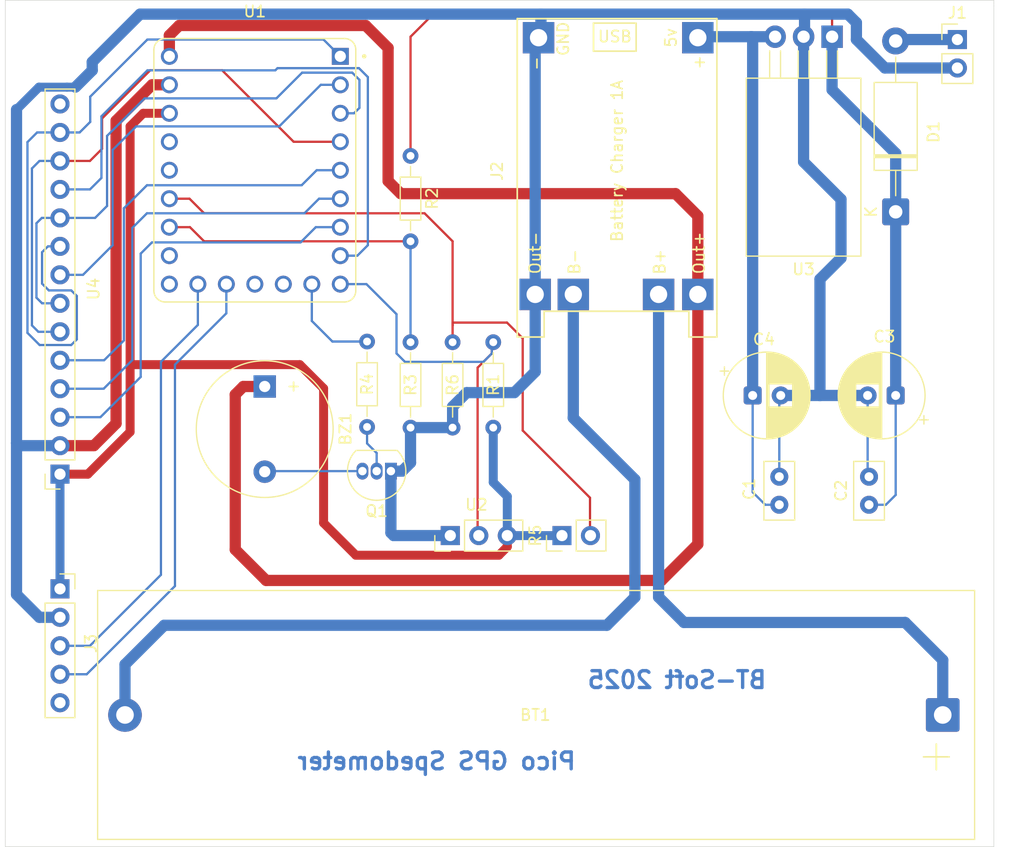
<source format=kicad_pcb>
(kicad_pcb (version 20241229) (generator "pcbnew") (generator_version "9.0")
  (title_block (title "Pico GPS Spedometer") (date "2025-08-12"))
  (layers (0 "F.Cu" signal) (2 "B.Cu" signal) (13 "F.Paste" user) (15 "B.Paste" user) (5 "F.SilkS" user "F.Silkscreen") (7 "B.SilkS" user "B.Silkscreen") (1 "F.Mask" user) (3 "B.Mask" user) (25 "Edge.Cuts" user))
  (net 0 "")
  (net 1 "Net-(BT1-1)")
  (net 2 "Net-(BT1-2)")
  (net 3 "+5VBATT")
  (net 4 "Net-(BZ1--)")
  (net 5 "+5V")
  (net 6 "GND")
  (net 7 "V-IN-MEAS")
  (net 9 "Net-(D1-A)")
  (net 10 "+3V3")
  (net 11 "GPS_TXD")
  (net 15 "GPS_RXD")
  (net 16 "Net-(Q1-B)")
  (net 17 "Net-(U1-GP8)")
  (net 20 "Net-(U1-GP27)")
  (net 22 "Net-(U1-GP26)")
  (net 23 "Net-(U1-GP9)")
  (net 24 "/MISO")
  (net 25 "/RST")
  (net 26 "/SCK")
  (net 27 "/LED")
  (net 28 "/DC")
  (net 29 "/T_CS")
  (net 30 "/CS")
  (net 31 "/MOSI")
  (footprint "Battery:BatteryHolder_MPD_BK-18650-PC2" (layer "F.Cu") (at 135.75 86.4025 180)
    (property "Reference" "BT1" (at 36.32 0 0) (layer "F.SilkS"))
    (property "Value" "BK-18650-PC2")
    (fp_text user "+" (at 0.57 -3.5 0) (layer "F.SilkS") (effects (font (size 3 3))))
    (pad "" np_thru_hole circle (at 8.445 0 180) (size 3.2 3.2) (drill 3.2) (layers "*.Cu" "*.Mask"))
    (pad "" np_thru_hole circle (at 64.055 0 180) (size 3.2 3.2) (drill 3.2) (layers "*.Cu" "*.Mask"))
    (pad "+" thru_hole roundrect (at 0 0 180) (size 3 3) (drill 1.57) (layers "*.Cu" "*.Mask") (roundrect_rratio 0.083333) (net 1 "Net-(BT1-1)"))
    (pad "-" thru_hole circle (at 72.9 0 180) (size 3 3) (drill 1.57) (layers "*.Cu" "*.Mask") (net 2 "Net-(BT1-2)"))
  )
  (footprint "Connector_PinHeader_2.54mm:PinHeader_1x03_P2.54mm_Vertical" (layer "F.Cu") (at 91.85 70.4025 90)
    (property "Reference" "U2" (at 2.75 2.33 180) (layer "F.SilkS"))
    (property "Value" "DS18B20")
    (pad "1" thru_hole rect (at 0 0 90) (size 1.7 1.7) (drill 1) (layers "*.Cu" "*.Mask") (net 6 "GND"))
    (pad "2" thru_hole circle (at 0 2.54 90) (size 1.7 1.7) (drill 1) (layers "*.Cu" "*.Mask") (net 17 "Net-(U1-GP8)"))
    (pad "3" thru_hole circle (at 0 5.08 90) (size 1.7 1.7) (drill 1) (layers "*.Cu" "*.Mask") (net 10 "+3V3"))
  )
  (footprint "Connector_PinSocket_2.54mm:PinSocket_1x05_P2.54mm_Vertical" (layer "F.Cu") (at 57.055 75.1525)
    (property "Reference" "J3" (at 2.75 4.87 90) (layer "F.SilkS"))
    (property "Value" "uBlox NEO GPS (6M/8M)")
    (pad "1" thru_hole rect (at 0 0) (size 1.7 1.7) (drill 1) (layers "*.Cu" "*.Mask") (net 10 "+3V3"))
    (pad "2" thru_hole circle (at 0 2.54) (size 1.7 1.7) (drill 1) (layers "*.Cu" "*.Mask") (net 6 "GND"))
    (pad "3" thru_hole circle (at 0 5.08) (size 1.7 1.7) (drill 1) (layers "*.Cu" "*.Mask") (net 11 "GPS_TXD"))
    (pad "4" thru_hole circle (at 0 7.62) (size 1.7 1.7) (drill 1) (layers "*.Cu" "*.Mask") (net 15 "GPS_RXD"))
    (pad "5" thru_hole circle (at 0 10.16) (size 1.7 1.7) (drill 1) (layers "*.Cu" "*.Mask"))
  )
  (footprint "MountingHole:MountingHole_3.2mm_M3" (layer "F.Cu") (at 55.68 26.25)
    (property "Reference" "REF**" (hide yes))
    (property "Value" "MountingHole_3.2mm_M3" (hide yes))
    (pad "" np_thru_hole circle (at 0 0) (size 3.2 3.2) (drill 3.2) (layers "*.Cu" "*.Mask"))
  )
  (footprint "Package_TO_SOT_THT:TO-220-3_Horizontal_TabDown" (layer "F.Cu") (at 125.885 25.9025 180)
    (property "Reference" "U3" (at 2.54 -20.75 0) (layer "F.SilkS"))
    (property "Value" "LM7805_TO220")
    (pad "" np_thru_hole circle (at 2.54 -16.66 180) (size 3.5 3.5) (drill 3.5) (layers "*.Cu" "*.Mask"))
    (pad "1" thru_hole rect (at 0 0 180) (size 1.905 2) (drill 1.1) (layers "*.Cu" "*.Mask") (net 7 "V-IN-MEAS"))
    (pad "2" thru_hole oval (at 2.54 0 180) (size 1.905 2) (drill 1.1) (layers "*.Cu" "*.Mask") (net 6 "GND"))
    (pad "3" thru_hole oval (at 5.08 0 180) (size 1.905 2) (drill 1.1) (layers "*.Cu" "*.Mask") (net 5 "+5V"))
  )
  (footprint "Diode_THT:D_DO-15_P15.24mm_Horizontal" (layer "F.Cu") (at 131.555 41.5225 90)
    (property "Reference" "D1" (at 7.12 3.375 90) (layer "F.SilkS"))
    (property "Value" "1N4001")
    (fp_text user "K" (at 0 -2.2 90) (layer "F.SilkS"))
    (pad "1" thru_hole roundrect (at 0 0 90) (size 2.4 2.4) (drill 1.2) (layers "*.Cu" "*.Mask") (roundrect_rratio 0.104167) (net 7 "V-IN-MEAS"))
    (pad "2" thru_hole circle (at 15.24 0 90) (size 2.4 2.4) (drill 1.2) (layers "*.Cu" "*.Mask") (net 9 "Net-(D1-A)"))
  )
  (footprint "MountingHole:MountingHole_3.2mm_M3" (layer "F.Cu") (at 55.68 94.6525)
    (property "Reference" "REF**" (hide yes))
    (property "Value" "MountingHole_3.2mm_M3" (hide yes))
    (pad "" np_thru_hole circle (at 0 0) (size 3.2 3.2) (drill 3.2) (layers "*.Cu" "*.Mask"))
  )
  (footprint "Resistor_THT:R_Axial_DIN0204_L3.6mm_D1.6mm_P7.62mm_Horizontal" (layer "F.Cu") (at 88.305 53.1525 -90)
    (property "Reference" "R3" (at 3.81 0 90) (layer "F.SilkS"))
    (property "Value" "4k7")
    (pad "1" thru_hole circle (at 0 0 270) (size 1.4 1.4) (drill 0.7) (layers "*.Cu" "*.Mask") (net 22 "Net-(U1-GP26)"))
    (pad "2" thru_hole circle (at 7.62 0 270) (size 1.4 1.4) (drill 0.7) (layers "*.Cu" "*.Mask") (net 6 "GND"))
  )
  (footprint "Capacitor_THT:CP_Radial_D7.5mm_P2.50mm" (layer "F.Cu") (at 118.805 57.9025)
    (property "Reference" "C4" (at 1 -5 0) (layer "F.SilkS"))
    (property "Value" "47uF")
    (pad "1" thru_hole roundrect (at 0 0) (size 1.6 1.6) (drill 0.8) (layers "*.Cu" "*.Mask") (roundrect_rratio 0.15625) (net 5 "+5V"))
    (pad "2" thru_hole circle (at 2.5 0) (size 1.6 1.6) (drill 0.8) (layers "*.Cu" "*.Mask") (net 6 "GND"))
  )
  (footprint "Connector_PinSocket_2.54mm:PinSocket_1x14_P2.54mm_Vertical" (layer "F.Cu") (at 57.055 64.9225 180)
    (property "Reference" "U4" (at -3 16.52 90) (layer "F.SilkS"))
    (property "Value" "TFT_320x240")
    (pad "1" thru_hole rect (at 0 0 180) (size 1.7 1.7) (drill 1) (layers "*.Cu" "*.Mask") (net 10 "+3V3"))
    (pad "2" thru_hole circle (at 0 2.54 180) (size 1.7 1.7) (drill 1) (layers "*.Cu" "*.Mask") (net 6 "GND"))
    (pad "3" thru_hole circle (at 0 5.08 180) (size 1.7 1.7) (drill 1) (layers "*.Cu" "*.Mask") (net 30 "/CS"))
    (pad "4" thru_hole circle (at 0 7.62 180) (size 1.7 1.7) (drill 1) (layers "*.Cu" "*.Mask") (net 25 "/RST"))
    (pad "5" thru_hole circle (at 0 10.16 180) (size 1.7 1.7) (drill 1) (layers "*.Cu" "*.Mask") (net 28 "/DC"))
    (pad "6" thru_hole circle (at 0 12.7 180) (size 1.7 1.7) (drill 1) (layers "*.Cu" "*.Mask") (net 31 "/MOSI"))
    (pad "7" thru_hole circle (at 0 15.24 180) (size 1.7 1.7) (drill 1) (layers "*.Cu" "*.Mask") (net 26 "/SCK"))
    (pad "8" thru_hole circle (at 0 17.78 180) (size 1.7 1.7) (drill 1) (layers "*.Cu" "*.Mask") (net 27 "/LED"))
    (pad "9" thru_hole circle (at 0 20.32 180) (size 1.7 1.7) (drill 1) (layers "*.Cu" "*.Mask") (net 24 "/MISO"))
    (pad "10" thru_hole circle (at 0 22.86 180) (size 1.7 1.7) (drill 1) (layers "*.Cu" "*.Mask") (net 26 "/SCK"))
    (pad "11" thru_hole circle (at 0 25.4 180) (size 1.7 1.7) (drill 1) (layers "*.Cu" "*.Mask") (net 29 "/T_CS"))
    (pad "12" thru_hole circle (at 0 27.94 180) (size 1.7 1.7) (drill 1) (layers "*.Cu" "*.Mask") (net 31 "/MOSI"))
    (pad "13" thru_hole circle (at 0 30.48 180) (size 1.7 1.7) (drill 1) (layers "*.Cu" "*.Mask") (net 24 "/MISO"))
    (pad "14" thru_hole circle (at 0 33.02 180) (size 1.7 1.7) (drill 1) (layers "*.Cu" "*.Mask"))
  )
  (footprint "Package_TO_SOT_THT:TO-92_Inline" (layer "F.Cu") (at 86.555 64.6525 180)
    (property "Reference" "Q1" (at 1.27 -3.56 0) (layer "F.SilkS"))
    (property "Value" "PN2222A")
    (pad "1" thru_hole rect (at 0 0 180) (size 1.05 1.5) (drill 0.75) (layers "*.Cu" "*.Mask") (net 6 "GND"))
    (pad "2" thru_hole oval (at 1.27 0 180) (size 1.05 1.5) (drill 0.75) (layers "*.Cu" "*.Mask") (net 16 "Net-(Q1-B)"))
    (pad "3" thru_hole oval (at 2.54 0 180) (size 1.05 1.5) (drill 0.75) (layers "*.Cu" "*.Mask") (net 4 "Net-(BZ1--)"))
  )
  (footprint "Resistor_THT:R_Axial_DIN0204_L3.6mm_D1.6mm_P7.62mm_Horizontal" (layer "F.Cu") (at 84.43 53.0925 -90)
    (property "Reference" "R4" (at 3.81 0 90) (layer "F.SilkS"))
    (property "Value" "4k7")
    (pad "1" thru_hole circle (at 0 0 270) (size 1.4 1.4) (drill 0.7) (layers "*.Cu" "*.Mask") (net 23 "Net-(U1-GP9)"))
    (pad "2" thru_hole circle (at 7.62 0 270) (size 1.4 1.4) (drill 0.7) (layers "*.Cu" "*.Mask") (net 16 "Net-(Q1-B)"))
  )
  (footprint "Capacitor_THT:C_Disc_D5.0mm_W2.5mm_P2.50mm" (layer "F.Cu") (at 129.18 67.6525 90)
    (property "Reference" "C2" (at 1.25 -2.5 90) (layer "F.SilkS"))
    (property "Value" "100nF")
    (pad "1" thru_hole circle (at 0 0 90) (size 1.6 1.6) (drill 0.8) (layers "*.Cu" "*.Mask") (net 7 "V-IN-MEAS"))
    (pad "2" thru_hole circle (at 2.5 0 90) (size 1.6 1.6) (drill 0.8) (layers "*.Cu" "*.Mask") (net 6 "GND"))
  )
  (footprint "Connector_PinHeader_2.54mm:PinHeader_1x02_P2.54mm_Vertical" (layer "F.Cu") (at 101.805 70.4025 90)
    (property "Reference" "R5" (at 0 -2.38 90) (layer "F.SilkS"))
    (property "Value" "GL5516")
    (pad "1" thru_hole rect (at 0 0 90) (size 1.7 1.7) (drill 1) (layers "*.Cu" "*.Mask") (net 10 "+3V3"))
    (pad "2" thru_hole circle (at 0 2.54 90) (size 1.7 1.7) (drill 1) (layers "*.Cu" "*.Mask") (net 20 "Net-(U1-GP27)"))
  )
  (footprint "Connector_PinHeader_2.54mm:PinHeader_1x02_P2.54mm_Vertical" (layer "F.Cu") (at 137.055 26.1525)
    (property "Reference" "J1" (at 0 -2.38 0) (layer "F.SilkS"))
    (property "Value" "Akkumulátor be")
    (pad "1" thru_hole rect (at 0 0) (size 1.7 1.7) (drill 1) (layers "*.Cu" "*.Mask") (net 9 "Net-(D1-A)"))
    (pad "2" thru_hole circle (at 0 2.54) (size 1.7 1.7) (drill 1) (layers "*.Cu" "*.Mask") (net 6 "GND"))
  )
  (footprint "MountingHole:MountingHole_3.2mm_M3" (layer "F.Cu") (at 136.68 46.4025)
    (property "Reference" "REF**" (hide yes))
    (property "Value" "MountingHole_3.2mm_M3" (hide yes))
    (pad "" np_thru_hole circle (at 0 0) (size 3.2 3.2) (drill 3.2) (layers "*.Cu" "*.Mask"))
  )
  (footprint "MountingHole:MountingHole_3.2mm_M3" (layer "F.Cu") (at 136.75 67.9025)
    (property "Reference" "REF**" (hide yes))
    (property "Value" "MountingHole_3.2mm_M3" (hide yes))
    (pad "" np_thru_hole circle (at 0 0) (size 3.2 3.2) (drill 3.2) (layers "*.Cu" "*.Mask"))
  )
  (footprint "Capacitor_THT:CP_Radial_D7.5mm_P2.50mm" (layer "F.Cu") (at 131.555 57.9025 180)
    (property "Reference" "C3" (at 1 5.25 0) (layer "F.SilkS"))
    (property "Value" "47uF")
    (pad "1" thru_hole roundrect (at 0 0 180) (size 1.6 1.6) (drill 0.8) (layers "*.Cu" "*.Mask") (roundrect_rratio 0.15625) (net 7 "V-IN-MEAS"))
    (pad "2" thru_hole circle (at 2.5 0 180) (size 1.6 1.6) (drill 0.8) (layers "*.Cu" "*.Mask") (net 6 "GND"))
  )
  (footprint "Buzzer_Beeper:Buzzer_12x9.5RM7.6" (layer "F.Cu") (at 75.305 57.1025 -90)
    (property "Reference" "BZ1" (at 3.8 -7.2 90) (layer "F.SilkS"))
    (property "Value" "Buzzer")
    (fp_text user "+" (at 0 -2.5 90) (layer "F.SilkS"))
    (pad "1" thru_hole rect (at 0 0 270) (size 2 2) (drill 1) (layers "*.Cu" "*.Mask") (net 3 "+5VBATT"))
    (pad "2" thru_hole circle (at 7.6 0 270) (size 2 2) (drill 1) (layers "*.Cu" "*.Mask") (net 4 "Net-(BZ1--)"))
  )
  (footprint "Module:MODULE_RP2040-ZERO" (layer "F.Cu") (at 74.425 37.8125)
    (property "Reference" "U1" (at 0.005 -14.16 0) (layer "F.SilkS"))
    (property "Value" "RP2040-ZERO")
    (pad "1" thru_hole rect (at 7.62 -10.16) (size 1.508 1.508) (drill 1) (layers "*.Cu" "*.Mask") (net 24 "/MISO"))
    (pad "2" thru_hole circle (at 7.62 -7.62) (size 1.508 1.508) (drill 1) (layers "*.Cu" "*.Mask") (net 27 "/LED"))
    (pad "3" thru_hole circle (at 7.62 -5.08) (size 1.508 1.508) (drill 1) (layers "*.Cu" "*.Mask") (net 26 "/SCK"))
    (pad "4" thru_hole circle (at 7.62 -2.54) (size 1.508 1.508) (drill 1) (layers "*.Cu" "*.Mask") (net 31 "/MOSI"))
    (pad "5" thru_hole circle (at 7.62 0) (size 1.508 1.508) (drill 1) (layers "*.Cu" "*.Mask") (net 28 "/DC"))
    (pad "6" thru_hole circle (at 7.62 2.54) (size 1.508 1.508) (drill 1) (layers "*.Cu" "*.Mask") (net 25 "/RST"))
    (pad "7" thru_hole circle (at 7.62 5.08) (size 1.508 1.508) (drill 1) (layers "*.Cu" "*.Mask") (net 30 "/CS"))
    (pad "8" thru_hole circle (at 7.62 7.62) (size 1.508 1.508) (drill 1) (layers "*.Cu" "*.Mask") (net 29 "/T_CS"))
    (pad "9" thru_hole circle (at 7.62 10.16) (size 1.508 1.508) (drill 1) (layers "*.Cu" "*.Mask") (net 17 "Net-(U1-GP8)"))
    (pad "10" thru_hole circle (at 5.08 10.16) (size 1.508 1.508) (drill 1) (layers "*.Cu" "*.Mask") (net 23 "Net-(U1-GP9)"))
    (pad "11" thru_hole circle (at 2.54 10.16) (size 1.508 1.508) (drill 1) (layers "*.Cu" "*.Mask"))
    (pad "12" thru_hole circle (at 0 10.16) (size 1.508 1.508) (drill 1) (layers "*.Cu" "*.Mask"))
    (pad "13" thru_hole circle (at -2.54 10.16) (size 1.508 1.508) (drill 1) (layers "*.Cu" "*.Mask") (net 15 "GPS_RXD"))
    (pad "14" thru_hole circle (at -5.08 10.16) (size 1.508 1.508) (drill 1) (layers "*.Cu" "*.Mask") (net 11 "GPS_TXD"))
    (pad "15" thru_hole circle (at -7.62 10.16) (size 1.508 1.508) (drill 1) (layers "*.Cu" "*.Mask"))
    (pad "16" thru_hole circle (at -7.62 7.62) (size 1.508 1.508) (drill 1) (layers "*.Cu" "*.Mask"))
    (pad "17" thru_hole circle (at -7.62 5.08) (size 1.508 1.508) (drill 1) (layers "*.Cu" "*.Mask") (net 22 "Net-(U1-GP26)"))
    (pad "18" thru_hole circle (at -7.62 2.54) (size 1.508 1.508) (drill 1) (layers "*.Cu" "*.Mask") (net 20 "Net-(U1-GP27)"))
    (pad "19" thru_hole circle (at -7.62 0) (size 1.508 1.508) (drill 1) (layers "*.Cu" "*.Mask"))
    (pad "20" thru_hole circle (at -7.62 -2.54) (size 1.508 1.508) (drill 1) (layers "*.Cu" "*.Mask"))
    (pad "21" thru_hole circle (at -7.62 -5.08) (size 1.508 1.508) (drill 1) (layers "*.Cu" "*.Mask") (net 10 "+3V3"))
    (pad "22" thru_hole circle (at -7.62 -7.62) (size 1.508 1.508) (drill 1) (layers "*.Cu" "*.Mask") (net 6 "GND"))
    (pad "23" thru_hole circle (at -7.62 -10.16) (size 1.508 1.508) (drill 1) (layers "*.Cu" "*.Mask") (net 3 "+5VBATT"))
  )
  (footprint "Battery:TP4056-18650" (layer "F.Cu") (at 115.6175 24.29 -90)
    (property "Reference" "J2" (at 13.6 19.6 90) (layer "F.SilkS"))
    (property "Value" "TP4056-18650-Charger")
    (fp_text user "GND" (at 1.8 13.7 90) (layer "F.SilkS"))
    (fp_text user "Battery Charger 1A" (at 12.7 8.9 90) (layer "F.SilkS"))
    (fp_text user "5v" (at 1.7 4.1 90) (layer "F.SilkS"))
    (fp_text user "B-" (at 21.7 12.7 90) (layer "F.SilkS"))
    (fp_text user "Out-" (at 20.9 16.2 90) (layer "F.SilkS"))
    (fp_text user "-" (at 4 16.1175 90) (layer "F.SilkS"))
    (fp_text user "+" (at 3.9 1.6 90) (layer "F.SilkS"))
    (fp_text user "B+" (at 21.7 5.1 90) (layer "F.SilkS"))
    (fp_text user "USB" (at 1.6 9.1 0) (layer "F.SilkS"))
    (fp_text user "Out+" (at 20.9 1.6 90) (layer "F.SilkS"))
    (pad "1" thru_hole rect (at 1.7 1.7 270) (size 2.8 2.8) (drill 1.54) (layers "*.Cu" "*.Mask") (net 5 "+5V"))
    (pad "2" thru_hole rect (at 1.7 15.9 270) (size 2.8 2.8) (drill 1.54) (layers "*.Cu" "*.Mask") (net 6 "GND"))
    (pad "3" thru_hole rect (at 24.6 1.7 270) (size 2.8 2.8) (drill 1.54) (layers "*.Cu" "*.Mask") (net 3 "+5VBATT"))
    (pad "4" thru_hole rect (at 24.6 16.2 270) (size 2.8 2.8) (drill 1.54) (layers "*.Cu" "*.Mask") (net 6 "GND"))
    (pad "5" thru_hole rect (at 24.6 5.2 270) (size 2.8 2.8) (drill 1.54) (layers "*.Cu" "*.Mask") (net 1 "Net-(BT1-1)"))
    (pad "6" thru_hole rect (at 24.6 12.8 270) (size 2.8 2.8) (drill 1.54) (layers "*.Cu" "*.Mask") (net 2 "Net-(BT1-2)"))
  )
  (footprint "Resistor_THT:R_Axial_DIN0204_L3.6mm_D1.6mm_P7.62mm_Horizontal" (layer "F.Cu") (at 95.68 60.7725 90)
    (property "Reference" "R1" (at 3.81 0 90) (layer "F.SilkS"))
    (property "Value" "4k7")
    (pad "1" thru_hole circle (at 0 0 90) (size 1.4 1.4) (drill 0.7) (layers "*.Cu" "*.Mask") (net 10 "+3V3"))
    (pad "2" thru_hole circle (at 7.62 0 90) (size 1.4 1.4) (drill 0.7) (layers "*.Cu" "*.Mask") (net 17 "Net-(U1-GP8)"))
  )
  (footprint "Resistor_THT:R_Axial_DIN0204_L3.6mm_D1.6mm_P7.62mm_Horizontal" (layer "F.Cu") (at 88.305 36.5325 -90)
    (property "Reference" "R2" (at 3.81 -1.92 90) (layer "F.SilkS"))
    (property "Value" "22k")
    (pad "1" thru_hole circle (at 0 0 270) (size 1.4 1.4) (drill 0.7) (layers "*.Cu" "*.Mask") (net 7 "V-IN-MEAS"))
    (pad "2" thru_hole circle (at 7.62 0 270) (size 1.4 1.4) (drill 0.7) (layers "*.Cu" "*.Mask") (net 22 "Net-(U1-GP26)"))
  )
  (footprint "Capacitor_THT:C_Disc_D5.0mm_W2.5mm_P2.50mm" (layer "F.Cu") (at 121.18 67.6525 90)
    (property "Reference" "C1" (at 1.4025 -2.68 90) (layer "F.SilkS"))
    (property "Value" "100nF")
    (pad "1" thru_hole circle (at 0 0 90) (size 1.6 1.6) (drill 0.8) (layers "*.Cu" "*.Mask") (net 5 "+5V"))
    (pad "2" thru_hole circle (at 2.5 0 90) (size 1.6 1.6) (drill 0.8) (layers "*.Cu" "*.Mask") (net 6 "GND"))
  )
  (footprint "Resistor_THT:R_Axial_DIN0204_L3.6mm_D1.6mm_P7.62mm_Horizontal" (layer "F.Cu") (at 92.055 53.1525 -90)
    (property "Reference" "R6" (at 3.81 0 90) (layer "F.SilkS"))
    (property "Value" "10k")
    (pad "1" thru_hole circle (at 0 0 270) (size 1.4 1.4) (drill 0.7) (layers "*.Cu" "*.Mask") (net 20 "Net-(U1-GP27)"))
    (pad "2" thru_hole circle (at 7.62 0 270) (size 1.4 1.4) (drill 0.7) (layers "*.Cu" "*.Mask") (net 6 "GND"))
  )
  (gr_line (start 52.18 97.2775) (end 52.18 98.1525) (stroke (width 0.05)) (layer "Edge.Cuts"))
  (gr_line (start 140.305 22.6525) (end 140.305 22.9025) (stroke (width 0.05)) (layer "Edge.Cuts"))
  (gr_line (start 140.305 22.6525) (end 53.305 22.6525) (stroke (width 0.05)) (layer "Edge.Cuts"))
  (gr_line (start 52.18 23.0275) (end 52.18 97.2775) (stroke (width 0.05)) (layer "Edge.Cuts"))
  (gr_line (start 52.18 22.6525) (end 52.18 23.0275) (stroke (width 0.05)) (layer "Edge.Cuts"))
  (gr_line (start 52.18 98.1525) (end 52.555 98.1525) (stroke (width 0.05)) (layer "Edge.Cuts"))
  (gr_line (start 140.305 23.1525) (end 140.305 22.9025) (stroke (width 0.05)) (layer "Edge.Cuts"))
  (gr_line (start 140.305 98.1525) (end 140.305 23.1525) (stroke (width 0.05)) (layer "Edge.Cuts"))
  (gr_line (start 53.305 22.6525) (end 52.18 22.6525) (stroke (width 0.05)) (layer "Edge.Cuts"))
  (gr_line (start 140.305 98.1525) (end 52.555 98.1525) (stroke (width 0.05)) (layer "Edge.Cuts"))
  (gr_text "Pico GPS Spedometer" (at 103.18 91.4025 0) (layer "B.Cu") (effects (font (size 1.5 1.5) (thickness 0.3) (bold yes)) (justify left bottom mirror)))
  (gr_text "BT-Soft 2025" (at 120.18 84.1525 0) (layer "B.Cu") (effects (font (size 1.5 1.5) (thickness 0.3) (bold yes)) (justify left bottom mirror)))
  (segment (start 112.68 78.1525) (end 132.4025 78.1525) (width 1) (layer "B.Cu") (net 1))
  (segment (start 110.4175 75.89) (end 112.68 78.1525) (width 1) (layer "B.Cu") (net 1))
  (segment (start 132.4025 78.1525) (end 135.75 81.5) (width 1) (layer "B.Cu") (net 1))
  (segment (start 110.4175 48.89) (end 110.4175 75.89) (width 1) (layer "B.Cu") (net 1))
  (segment (start 135.75 81.5) (end 135.75 86.4025) (width 1) (layer "B.Cu") (net 1))
  (segment (start 105.805 78.4025) (end 66.3475 78.4025) (width 1) (layer "B.Cu") (net 2))
  (segment (start 102.805 59.9025) (end 108.305 65.4025) (width 1) (layer "B.Cu") (net 2))
  (segment (start 108.305 75.9025) (end 105.805 78.4025) (width 1) (layer "B.Cu") (net 2))
  (segment (start 102.8175 59.89) (end 102.805 59.9025) (width 0.2) (layer "B.Cu") (net 2))
  (segment (start 102.8175 48.89) (end 102.8175 59.89) (width 1) (layer "B.Cu") (net 2))
  (segment (start 66.3475 78.4025) (end 62.85 81.9) (width 1) (layer "B.Cu") (net 2))
  (segment (start 62.85 81.9) (end 62.85 86.4025) (width 1) (layer "B.Cu") (net 2))
  (segment (start 108.305 65.4025) (end 108.305 75.9025) (width 1) (layer "B.Cu") (net 2))
  (segment (start 113.9175 48.89) (end 113.9175 71.165) (width 1) (layer "F.Cu") (net 3))
  (segment (start 75.43 74.4025) (end 72.68 71.6525) (width 1) (layer "F.Cu") (net 3))
  (segment (start 67.68 24.9025) (end 66.805 25.7775) (width 1) (layer "F.Cu") (net 3))
  (segment (start 113.9175 48.89) (end 113.9175 41.89) (width 1) (layer "F.Cu") (net 3))
  (segment (start 113.9175 41.89) (end 111.93 39.9025) (width 1) (layer "F.Cu") (net 3))
  (segment (start 113.9175 71.165) (end 110.68 74.4025) (width 1) (layer "F.Cu") (net 3))
  (segment (start 111.93 39.9025) (end 87.43 39.9025) (width 1) (layer "F.Cu") (net 3))
  (segment (start 84.305 24.9025) (end 67.68 24.9025) (width 1) (layer "F.Cu") (net 3))
  (segment (start 87.43 39.9025) (end 86.305 38.7775) (width 1) (layer "F.Cu") (net 3))
  (segment (start 66.805 25.7775) (end 66.805 27.6525) (width 1) (layer "F.Cu") (net 3))
  (segment (start 72.68 71.6525) (end 72.68 57.82) (width 1) (layer "F.Cu") (net 3))
  (segment (start 66.805 27.6525) (end 66.805 27.9025) (width 0.2) (layer "F.Cu") (net 3))
  (segment (start 72.68 57.82) (end 73.3975 57.1025) (width 1) (layer "F.Cu") (net 3))
  (segment (start 86.305 38.7775) (end 86.305 26.9025) (width 1) (layer "F.Cu") (net 3))
  (segment (start 110.68 74.4025) (end 75.43 74.4025) (width 1) (layer "F.Cu") (net 3))
  (segment (start 73.3975 57.1025) (end 75.305 57.1025) (width 1) (layer "F.Cu") (net 3))
  (segment (start 86.305 26.9025) (end 84.305 24.9025) (width 1) (layer "F.Cu") (net 3))
  (segment (start 75.48 56.9275) (end 75.305 57.1025) (width 0.2) (layer "F.Cu") (net 3))
  (segment (start 75.355 64.6525) (end 75.305 64.7025) (width 0.2) (layer "B.Cu") (net 4))
  (segment (start 84.015 64.6525) (end 75.355 64.6525) (width 0.2) (layer "B.Cu") (net 4))
  (segment (start 118.805 66.5275) (end 118.805 57.9025) (width 0.2) (layer "B.Cu") (net 5))
  (segment (start 120.805 25.9025) (end 118.68 25.9025) (width 1) (layer "B.Cu") (net 5))
  (segment (start 118.805 26.0275) (end 118.68 25.9025) (width 1) (layer "B.Cu") (net 5))
  (segment (start 121.18 67.6525) (end 119.93 67.6525) (width 0.2) (layer "B.Cu") (net 5))
  (segment (start 119.93 67.6525) (end 118.805 66.5275) (width 0.2) (layer "B.Cu") (net 5))
  (segment (start 114.005 25.9025) (end 113.9175 25.99) (width 0.2) (layer "B.Cu") (net 5))
  (segment (start 118.68 25.9025) (end 114.005 25.9025) (width 1) (layer "B.Cu") (net 5))
  (segment (start 118.805 57.9025) (end 118.805 26.0275) (width 1) (layer "B.Cu") (net 5))
  (segment (start 65.265 30.1925) (end 62.055 33.4025) (width 1) (layer "F.Cu") (net 6))
  (segment (start 62.055 60.4025) (end 60.075 62.3825) (width 1) (layer "F.Cu") (net 6))
  (segment (start 66.805 30.1925) (end 65.265 30.1925) (width 1) (layer "F.Cu") (net 6))
  (segment (start 60.075 62.3825) (end 57.055 62.3825) (width 1) (layer "F.Cu") (net 6))
  (segment (start 62.055 33.4025) (end 62.055 60.4025) (width 1) (layer "F.Cu") (net 6))
  (segment (start 64.1935 23.889) (end 59.93 28.1525) (width 1) (layer "B.Cu") (net 6))
  (segment (start 121.18 58.0275) (end 121.305 57.9025) (width 0.2) (layer "B.Cu") (net 6))
  (segment (start 87.555 64.6525) (end 86.555 64.6525) (width 1) (layer "B.Cu") (net 6))
  (segment (start 130.595 28.6925) (end 128.055 26.1525) (width 1) (layer "B.Cu") (net 6))
  (segment (start 53.18 75.6525) (end 55.22 77.6925) (width 1) (layer "B.Cu") (net 6))
  (segment (start 59.93 28.1525) (end 59.93 28.9025) (width 1) (layer "B.Cu") (net 6))
  (segment (start 53.18 62.1525) (end 53.18 75.6525) (width 1) (layer "B.Cu") (net 6))
  (segment (start 57.68 30.4025) (end 55.18 30.4025) (width 0.8) (layer "B.Cu") (net 6))
  (segment (start 123.345 37.0675) (end 126.68 40.4025) (width 1) (layer "B.Cu") (net 6))
  (segment (start 57.055 62.3825) (end 53.41 62.3825) (width 1) (layer "B.Cu") (net 6))
  (segment (start 123.43 23.889) (end 127.2915 23.889) (width 1) (layer "B.Cu") (net 6))
  (segment (start 99.93 25.7775) (end 99.7175 25.99) (width 1) (layer "B.Cu") (net 6))
  (segment (start 92.055 58.9025) (end 93.305 57.6525) (width 1) (layer "B.Cu") (net 6))
  (segment (start 55.18 30.4025) (end 53.18 32.4025) (width 0.8) (layer "B.Cu") (net 6))
  (segment (start 99.7175 25.99) (end 99.7175 24.99) (width 0.2) (layer "B.Cu") (net 6))
  (segment (start 121.18 65.1525) (end 121.18 58.0275) (width 0.2) (layer "B.Cu") (net 6))
  (segment (start 86.805 70.4025) (end 86.555 70.1525) (width 1) (layer "B.Cu") (net 6))
  (segment (start 126.68 40.4025) (end 126.68 45.6525) (width 1) (layer "B.Cu") (net 6))
  (segment (start 88.365 60.9025) (end 88.305 60.8425) (width 0.2) (layer "B.Cu") (net 6))
  (segment (start 99.93 23.889) (end 64.1935 23.889) (width 1) (layer "B.Cu") (net 6))
  (segment (start 57.68 30.4025) (end 58.43 30.4025) (width 0.8) (layer "B.Cu") (net 6))
  (segment (start 129.055 57.9025) (end 129.055 65.0275) (width 0.2) (layer "B.Cu") (net 6))
  (segment (start 93.305 57.6525) (end 97.555 57.6525) (width 1) (layer "B.Cu") (net 6))
  (segment (start 53.41 62.3825) (end 53.18 62.1525) (width 1) (layer "B.Cu") (net 6))
  (segment (start 124.805 57.9025) (end 121.305 57.9025) (width 1) (layer "B.Cu") (net 6))
  (segment (start 123.43 23.889) (end 123.43 25.8175) (width 1) (layer "B.Cu") (net 6))
  (segment (start 128.055 26.1525) (end 128.055 24.6525) (width 1) (layer "B.Cu") (net 6))
  (segment (start 92.055 60.9025) (end 92.055 58.9025) (width 1) (layer "B.Cu") (net 6))
  (segment (start 126.68 45.6525) (end 124.805 47.5275) (width 1) (layer "B.Cu") (net 6))
  (segment (start 137.055 28.6925) (end 130.595 28.6925) (width 1) (layer "B.Cu") (net 6))
  (segment (start 124.805 47.5275) (end 124.805 57.9025) (width 1) (layer "B.Cu") (net 6))
  (segment (start 123.43 25.8175) (end 123.345 25.9025) (width 1) (layer "B.Cu") (net 6))
  (segment (start 99.93 23.889) (end 99.93 25.7775) (width 1) (layer "B.Cu") (net 6))
  (segment (start 88.305 63.9025) (end 88.305 60.8425) (width 1) (layer "B.Cu") (net 6))
  (segment (start 99.4175 26.29) (end 99.7175 25.99) (width 0.2) (layer "B.Cu") (net 6))
  (segment (start 59.93 28.9025) (end 58.43 30.4025) (width 1) (layer "B.Cu") (net 6))
  (segment (start 99.4175 48.89) (end 99.4175 26.29) (width 1) (layer "B.Cu") (net 6))
  (segment (start 123.43 23.889) (end 99.93 23.889) (width 1) (layer "B.Cu") (net 6))
  (segment (start 123.345 25.9025) (end 123.345 37.0675) (width 1) (layer "B.Cu") (net 6))
  (segment (start 99.4175 55.79) (end 99.4175 48.89) (width 1) (layer "B.Cu") (net 6))
  (segment (start 53.18 32.4025) (end 53.18 62.1525) (width 1) (layer "B.Cu") (net 6))
  (segment (start 97.555 57.6525) (end 99.4175 55.79) (width 1) (layer "B.Cu") (net 6))
  (segment (start 87.555 64.6525) (end 88.305 63.9025) (width 1) (layer "B.Cu") (net 6))
  (segment (start 88.305 60.7725) (end 92.055 60.7725) (width 1) (layer "B.Cu") (net 6))
  (segment (start 86.555 70.1525) (end 86.555 64.6525) (width 1) (layer "B.Cu") (net 6))
  (segment (start 129.055 57.9025) (end 124.805 57.9025) (width 1) (layer "B.Cu") (net 6))
  (segment (start 55.22 77.6925) (end 57.055 77.6925) (width 1) (layer "B.Cu") (net 6))
  (segment (start 127.2915 23.889) (end 128.055 24.6525) (width 1) (layer "B.Cu") (net 6))
  (segment (start 129.055 65.0275) (end 129.18 65.1525) (width 0.2) (layer "B.Cu") (net 6))
  (segment (start 86.805 70.4025) (end 91.85 70.4025) (width 1) (layer "B.Cu") (net 6))
  (segment (start 125.885 24.2325) (end 125.305 23.6525) (width 0.2) (layer "F.Cu") (net 7))
  (segment (start 125.305 23.6525) (end 90.555 23.6525) (width 0.2) (layer "F.Cu") (net 7))
  (segment (start 125.885 25.9025) (end 125.885 24.2325) (width 0.2) (layer "F.Cu") (net 7))
  (segment (start 88.305 25.9025) (end 88.305 36.5325) (width 0.2) (layer "F.Cu") (net 7))
  (segment (start 90.555 23.6525) (end 88.305 25.9025) (width 0.2) (layer "F.Cu") (net 7))
  (segment (start 125.885 30.635) (end 131.555 36.305) (width 1) (layer "B.Cu") (net 7))
  (segment (start 131.555 57.9025) (end 131.555 41.4025) (width 1) (layer "B.Cu") (net 7))
  (segment (start 131.555 66.7775) (end 131.555 57.9025) (width 0.2) (layer "B.Cu") (net 7))
  (segment (start 131.675 41.5225) (end 131.555 41.4025) (width 0.2) (layer "B.Cu") (net 7))
  (segment (start 129.18 67.6525) (end 130.68 67.6525) (width 0.2) (layer "B.Cu") (net 7))
  (segment (start 125.885 25.9025) (end 125.885 30.635) (width 1) (layer "B.Cu") (net 7))
  (segment (start 130.68 67.6525) (end 131.555 66.7775) (width 0.2) (layer "B.Cu") (net 7))
  (segment (start 131.555 36.305) (end 131.555 41.4025) (width 1) (layer "B.Cu") (net 7))
  (segment (start 137.055 26.1525) (end 131.685 26.1525) (width 1) (layer "B.Cu") (net 9))
  (segment (start 131.685 26.1525) (end 131.555 26.2825) (width 0.2) (layer "B.Cu") (net 9))
  (segment (start 64.475 32.7325) (end 66.805 32.7325) (width 0.8) (layer "F.Cu") (net 10))
  (segment (start 63.305 55.4025) (end 63.305 55.1525) (width 0.2) (layer "F.Cu") (net 10))
  (segment (start 80.555 69.2775) (end 80.555 57.2775) (width 0.8) (layer "F.Cu") (net 10))
  (segment (start 63.305 55.1525) (end 63.305 33.9025) (width 0.8) (layer "F.Cu") (net 10))
  (segment (start 80.555 57.2775) (end 78.43 55.1525) (width 0.8) (layer "F.Cu") (net 10))
  (segment (start 63.305 61.1525) (end 63.305 55.4025) (width 0.8) (layer "F.Cu") (net 10))
  (segment (start 78.43 55.1525) (end 63.305 55.1525) (width 0.8) (layer "F.Cu") (net 10))
  (segment (start 83.43 72.1525) (end 80.555 69.2775) (width 0.8) (layer "F.Cu") (net 10))
  (segment (start 63.305 33.9025) (end 64.475 32.7325) (width 0.8) (layer "F.Cu") (net 10))
  (segment (start 96.93 70.4025) (end 96.93 71.4025) (width 0.8) (layer "F.Cu") (net 10))
  (segment (start 59.535 64.9225) (end 63.305 61.1525) (width 0.8) (layer "F.Cu") (net 10))
  (segment (start 96.18 72.1525) (end 83.43 72.1525) (width 0.8) (layer "F.Cu") (net 10))
  (segment (start 57.055 64.9225) (end 59.535 64.9225) (width 0.8) (layer "F.Cu") (net 10))
  (segment (start 96.93 71.4025) (end 96.18 72.1525) (width 0.8) (layer "F.Cu") (net 10))
  (segment (start 96.93 70.4025) (end 101.805 70.4025) (width 0.8) (layer "B.Cu") (net 10))
  (segment (start 66.805 32.6525) (end 66.555 32.4025) (width 0.2) (layer "B.Cu") (net 10))
  (segment (start 96.93 70.4025) (end 96.93 66.9025) (width 0.8) (layer "B.Cu") (net 10))
  (segment (start 96.93 66.9025) (end 95.68 65.6525) (width 0.8) (layer "B.Cu") (net 10))
  (segment (start 95.68 65.6525) (end 95.68 60.7725) (width 0.8) (layer "B.Cu") (net 10))
  (segment (start 66.805 32.7325) (end 66.805 32.6525) (width 0.2) (layer "B.Cu") (net 10))
  (segment (start 57.055 75.1525) (end 57.055 64.9225) (width 0.8) (layer "B.Cu") (net 10))
  (segment (start 66.055 54.9025) (end 69.345 51.6125) (width 0.2) (layer "B.Cu") (net 11))
  (segment (start 59.725 80.2325) (end 66.055 73.9025) (width 0.2) (layer "B.Cu") (net 11))
  (segment (start 69.305 48.0125) (end 69.345 47.9725) (width 0.2) (layer "B.Cu") (net 11))
  (segment (start 69.345 51.6125) (end 69.345 47.9725) (width 0.2) (layer "B.Cu") (net 11))
  (segment (start 66.055 73.9025) (end 66.055 54.9025) (width 0.2) (layer "B.Cu") (net 11))
  (segment (start 57.055 80.2325) (end 59.725 80.2325) (width 0.2) (layer "B.Cu") (net 11))
  (segment (start 67.305 55.1525) (end 67.305 74.9025) (width 0.2) (layer "B.Cu") (net 15))
  (segment (start 59.435 82.7725) (end 57.055 82.7725) (width 0.2) (layer "B.Cu") (net 15))
  (segment (start 67.305 74.9025) (end 59.435 82.7725) (width 0.2) (layer "B.Cu") (net 15))
  (segment (start 71.885 50.5725) (end 67.305 55.1525) (width 0.2) (layer "B.Cu") (net 15))
  (segment (start 71.885 47.9725) (end 71.885 50.5725) (width 0.2) (layer "B.Cu") (net 15))
  (segment (start 84.43 62.18) (end 84.43 60.7125) (width 0.2) (layer "B.Cu") (net 16))
  (segment (start 85.305 64.6325) (end 85.285 64.6525) (width 0.2) (layer "B.Cu") (net 16))
  (segment (start 85.285 64.6525) (end 85.285 63.035) (width 0.2) (layer "B.Cu") (net 16))
  (segment (start 85.285 63.035) (end 84.43 62.18) (width 0.2) (layer "B.Cu") (net 16))
  (segment (start 94.285 70.4025) (end 94.285 55.4225) (width 0.2) (layer "F.Cu") (net 17))
  (segment (start 94.285 55.4225) (end 95.555 54.1525) (width 0.2) (layer "F.Cu") (net 17))
  (segment (start 95.555 54.1525) (end 95.555 53.3425) (width 0.2) (layer "F.Cu") (net 17))
  (segment (start 87.055 54.1525) (end 87.805 54.9025) (width 0.2) (layer "B.Cu") (net 17))
  (segment (start 95.555 54.1525) (end 95.555 53.3425) (width 0.2) (layer "B.Cu") (net 17))
  (segment (start 82.045 47.9725) (end 84.375 47.9725) (width 0.2) (layer "B.Cu") (net 17))
  (segment (start 94.805 54.9025) (end 95.555 54.1525) (width 0.2) (layer "B.Cu") (net 17))
  (segment (start 87.805 54.9025) (end 94.805 54.9025) (width 0.2) (layer "B.Cu") (net 17))
  (segment (start 87.055 50.6525) (end 87.055 54.1525) (width 0.2) (layer "B.Cu") (net 17))
  (segment (start 84.375 47.9725) (end 87.055 50.6525) (width 0.2) (layer "B.Cu") (net 17))
  (segment (start 68.6025 40.3525) (end 69.9025 41.6525) (width 0.2) (layer "F.Cu") (net 20))
  (segment (start 96.9025 51.4025) (end 98.305 52.805) (width 0.2) (layer "F.Cu") (net 20))
  (segment (start 104.305 67.0275) (end 104.305 70.3625) (width 0.2) (layer "F.Cu") (net 20))
  (segment (start 92.055 44.1525) (end 92.055 51.6525) (width 0.2) (layer "F.Cu") (net 20))
  (segment (start 104.305 70.3625) (end 104.345 70.4025) (width 0.2) (layer "F.Cu") (net 20))
  (segment (start 66.805 40.3525) (end 68.6025 40.3525) (width 0.2) (layer "F.Cu") (net 20))
  (segment (start 69.9025 41.6525) (end 89.555 41.6525) (width 0.2) (layer "F.Cu") (net 20))
  (segment (start 89.555 41.6525) (end 92.055 44.1525) (width 0.2) (layer "F.Cu") (net 20))
  (segment (start 92.055 51.6525) (end 92.055 51.4025) (width 0.2) (layer "F.Cu") (net 20))
  (segment (start 98.305 52.805) (end 98.305 61.0275) (width 0.2) (layer "F.Cu") (net 20))
  (segment (start 92.055 53.2825) (end 92.055 51.6525) (width 0.2) (layer "F.Cu") (net 20))
  (segment (start 98.305 61.0275) (end 104.305 67.0275) (width 0.2) (layer "F.Cu") (net 20))
  (segment (start 92.055 51.4025) (end 96.9025 51.4025) (width 0.2) (layer "F.Cu") (net 20))
  (segment (start 68.6425 42.8925) (end 69.9025 44.1525) (width 0.2) (layer "F.Cu") (net 22))
  (segment (start 66.805 42.8925) (end 68.6425 42.8925) (width 0.2) (layer "F.Cu") (net 22))
  (segment (start 69.9025 44.1525) (end 88.305 44.1525) (width 0.2) (layer "F.Cu") (net 22))
  (segment (start 88.305 44.1525) (end 88.305 53.1525) (width 0.2) (layer "B.Cu") (net 22))
  (segment (start 79.505 51.255) (end 81.3425 53.0925) (width 0.2) (layer "B.Cu") (net 23))
  (segment (start 81.3425 53.0925) (end 84.43 53.0925) (width 0.2) (layer "B.Cu") (net 23))
  (segment (start 79.505 47.9725) (end 79.505 51.255) (width 0.2) (layer "B.Cu") (net 23))
  (segment (start 57.055 34.4425) (end 55.015 34.4425) (width 0.2) (layer "B.Cu") (net 24))
  (segment (start 55.98 44.6025) (end 57.055 44.6025) (width 0.2) (layer "B.Cu") (net 24))
  (segment (start 56.059 48.5315) (end 55.456 47.9285) (width 0.2) (layer "B.Cu") (net 24))
  (segment (start 58.555 49.0275) (end 58.059 48.5315) (width 0.2) (layer "B.Cu") (net 24))
  (segment (start 58.8075 34.4425) (end 57.055 34.4425) (width 0.2) (layer "B.Cu") (net 24))
  (segment (start 82.045 27.6525) (end 80.545 26.1525) (width 0.2) (layer "B.Cu") (net 24))
  (segment (start 55.2379 53.4025) (end 58.055 53.4025) (width 0.2) (layer "B.Cu") (net 24))
  (segment (start 80.545 26.1525) (end 64.8475 26.1525) (width 0.2) (layer "B.Cu") (net 24))
  (segment (start 55.015 34.4425) (end 54.154 35.3035) (width 0.2) (layer "B.Cu") (net 24))
  (segment (start 64.8475 26.1525) (end 59.75 31.25) (width 0.2) (layer "B.Cu") (net 24))
  (segment (start 55.456 47.9285) (end 55.456 45.1265) (width 0.2) (layer "B.Cu") (net 24))
  (segment (start 54.154 35.3035) (end 54.154 52.3186) (width 0.2) (layer "B.Cu") (net 24))
  (segment (start 58.555 52.9025) (end 58.555 49.0275) (width 0.2) (layer "B.Cu") (net 24))
  (segment (start 58.055 53.4025) (end 58.555 52.9025) (width 0.2) (layer "B.Cu") (net 24))
  (segment (start 58.059 48.5315) (end 56.059 48.5315) (width 0.2) (layer "B.Cu") (net 24))
  (segment (start 59.75 31.25) (end 59.75 33.5) (width 0.2) (layer "B.Cu") (net 24))
  (segment (start 55.456 45.1265) (end 55.98 44.6025) (width 0.2) (layer "B.Cu") (net 24))
  (segment (start 59.75 33.5) (end 58.8075 34.4425) (width 0.2) (layer "B.Cu") (net 24))
  (segment (start 54.154 52.3186) (end 55.2379 53.4025) (width 0.2) (layer "B.Cu") (net 24))
  (segment (start 60.9475 57.3025) (end 57.055 57.3025) (width 0.2) (layer "B.Cu") (net 25))
  (segment (start 63.5 42.9575) (end 63.5 54.75) (width 0.2) (layer "B.Cu") (net 25))
  (segment (start 82.045 40.3525) (end 80.1475 40.3525) (width 0.2) (layer "B.Cu") (net 25))
  (segment (start 63.5 54.75) (end 60.9475 57.3025) (width 0.2) (layer "B.Cu") (net 25))
  (segment (start 78.8475 41.6525) (end 64.805 41.6525) (width 0.2) (layer "B.Cu") (net 25))
  (segment (start 64.805 41.6525) (end 63.5 42.9575) (width 0.2) (layer "B.Cu") (net 25))
  (segment (start 80.1475 40.3525) (end 78.8475 41.6525) (width 0.2) (layer "B.Cu") (net 25))
  (segment (start 54.956 42.544) (end 55.4375 42.0625) (width 0.2) (layer "B.Cu") (net 26))
  (segment (start 61.25 34.75) (end 64.5975 31.4025) (width 0.2) (layer "B.Cu") (net 26))
  (segment (start 83.2675 32.7325) (end 82.045 32.7325) (width 0.2) (layer "B.Cu") (net 26))
  (segment (start 61.25 41) (end 61.25 34.75) (width 0.2) (layer "B.Cu") (net 26))
  (segment (start 55.4375 42.0625) (end 57.055 42.0625) (width 0.2) (layer "B.Cu") (net 26))
  (segment (start 83.1085 29.1085) (end 83.75 29.75) (width 0.2) (layer "B.Cu") (net 26))
  (segment (start 83.75 29.75) (end 83.75 32.25) (width 0.2) (layer "B.Cu") (net 26))
  (segment (start 55.46 49.6825) (end 54.956 49.1785) (width 0.2) (layer "B.Cu") (net 26))
  (segment (start 57.055 42.0625) (end 60.1875 42.0625) (width 0.2) (layer "B.Cu") (net 26))
  (segment (start 57.055 49.6825) (end 55.46 49.6825) (width 0.2) (layer "B.Cu") (net 26))
  (segment (start 83.75 32.25) (end 83.2675 32.7325) (width 0.2) (layer "B.Cu") (net 26))
  (segment (start 78.6415 29.1085) (end 83.1085 29.1085) (width 0.2) (layer "B.Cu") (net 26))
  (segment (start 60.1875 42.0625) (end 61.25 41) (width 0.2) (layer "B.Cu") (net 26))
  (segment (start 64.5975 31.4025) (end 76.3475 31.4025) (width 0.2) (layer "B.Cu") (net 26))
  (segment (start 54.956 49.1785) (end 54.956 42.544) (width 0.2) (layer "B.Cu") (net 26))
  (segment (start 76.3475 31.4025) (end 78.6415 29.1085) (width 0.2) (layer "B.Cu") (net 26))
  (segment (start 82.045 30.1925) (end 80.3075 30.1925) (width 0.2) (layer "B.Cu") (net 27))
  (segment (start 61.75 44.5) (end 59.1075 47.1425) (width 0.2) (layer "B.Cu") (net 27))
  (segment (start 61.75 36) (end 61.75 44.5) (width 0.2) (layer "B.Cu") (net 27))
  (segment (start 61.75 36) (end 63.8475 33.9025) (width 0.2) (layer "B.Cu") (net 27))
  (segment (start 76.5975 33.9025) (end 63.8475 33.9025) (width 0.2) (layer "B.Cu") (net 27))
  (segment (start 80.3075 30.1925) (end 76.5975 33.9025) (width 0.2) (layer "B.Cu") (net 27))
  (segment (start 59.1075 47.1425) (end 57.055 47.1425) (width 0.2) (layer "B.Cu") (net 27))
  (segment (start 60.9875 54.7625) (end 57.055 54.7625) (width 0.2) (layer "B.Cu") (net 28))
  (segment (start 62.75 53) (end 60.9875 54.7625) (width 0.2) (layer "B.Cu") (net 28))
  (segment (start 82.045 37.8125) (end 79.9375 37.8125) (width 0.2) (layer "B.Cu") (net 28))
  (segment (start 62.75 41.2075) (end 62.75 53) (width 0.2) (layer "B.Cu") (net 28))
  (segment (start 78.5975 39.1525) (end 64.805 39.1525) (width 0.2) (layer "B.Cu") (net 28))
  (segment (start 79.9375 37.8125) (end 78.5975 39.1525) (width 0.2) (layer "B.Cu") (net 28))
  (segment (start 64.805 39.1525) (end 62.75 41.2075) (width 0.2) (layer "B.Cu") (net 28))
  (segment (start 83.7075 28.7075) (end 84.5 29.5) (width 0.2) (layer "B.Cu") (net 29))
  (segment (start 64.8475 28.9025) (end 76.25 28.9025) (width 0.2) (layer "B.Cu") (net 29))
  (segment (start 76.445 28.7075) (end 83.7075 28.7075) (width 0.2) (layer "B.Cu") (net 29))
  (segment (start 57.055 39.5225) (end 59.7275 39.5225) (width 0.2) (layer "B.Cu") (net 29))
  (segment (start 76.25 28.9025) (end 76.445 28.7075) (width 0.2) (layer "B.Cu") (net 29))
  (segment (start 59.7275 39.5225) (end 60.75 38.5) (width 0.2) (layer "B.Cu") (net 29))
  (segment (start 84.5 29.5) (end 84.5 44.5) (width 0.2) (layer "B.Cu") (net 29))
  (segment (start 60.75 38.5) (end 60.75 33) (width 0.2) (layer "B.Cu") (net 29))
  (segment (start 60.75 33) (end 64.8475 28.9025) (width 0.2) (layer "B.Cu") (net 29))
  (segment (start 83.5675 45.4325) (end 82.045 45.4325) (width 0.2) (layer "B.Cu") (net 29))
  (segment (start 84.5 44.5) (end 83.5675 45.4325) (width 0.2) (layer "B.Cu") (net 29))
  (segment (start 65.25 44.25) (end 64.25 45.25) (width 0.2) (layer "B.Cu") (net 30))
  (segment (start 64.25 56.25) (end 60.6575 59.8425) (width 0.2) (layer "B.Cu") (net 30))
  (segment (start 82.045 42.8925) (end 79.8575 42.8925) (width 0.2) (layer "B.Cu") (net 30))
  (segment (start 79.8575 42.8925) (end 78.5 44.25) (width 0.2) (layer "B.Cu") (net 30))
  (segment (start 60.6575 59.8425) (end 57.055 59.8425) (width 0.2) (layer "B.Cu") (net 30))
  (segment (start 64.25 45.25) (end 64.25 56.25) (width 0.2) (layer "B.Cu") (net 30))
  (segment (start 78.5 44.25) (end 65.25 44.25) (width 0.2) (layer "B.Cu") (net 30))
  (segment (start 71.513126 28.9025) (end 77.883126 35.2725) (width 0.2) (layer "F.Cu") (net 31))
  (segment (start 65.0975 28.9025) (end 71.513126 28.9025) (width 0.2) (layer "F.Cu") (net 31))
  (segment (start 57.055 36.9825) (end 59.725 36.9825) (width 0.2) (layer "F.Cu") (net 31))
  (segment (start 77.883126 35.2725) (end 82.045 35.2725) (width 0.2) (layer "F.Cu") (net 31))
  (segment (start 60.805 33.195) (end 65.0975 28.9025) (width 0.2) (layer "F.Cu") (net 31))
  (segment (start 59.725 36.9825) (end 60.805 35.9025) (width 0.2) (layer "F.Cu") (net 31))
  (segment (start 60.805 35.9025) (end 60.805 33.195) (width 0.2) (layer "F.Cu") (net 31))
  (segment (start 55.125 52.2225) (end 57.055 52.2225) (width 0.2) (layer "B.Cu") (net 31))
  (segment (start 54.555 37.6525) (end 54.555 51.6525) (width 0.2) (layer "B.Cu") (net 31))
  (segment (start 55.225 36.9825) (end 54.555 37.6525) (width 0.2) (layer "B.Cu") (net 31))
  (segment (start 54.555 51.6525) (end 55.125 52.2225) (width 0.2) (layer "B.Cu") (net 31))
  (segment (start 57.055 36.9825) (end 55.225 36.9825) (width 0.2) (layer "B.Cu") (net 31))
)
</source>
